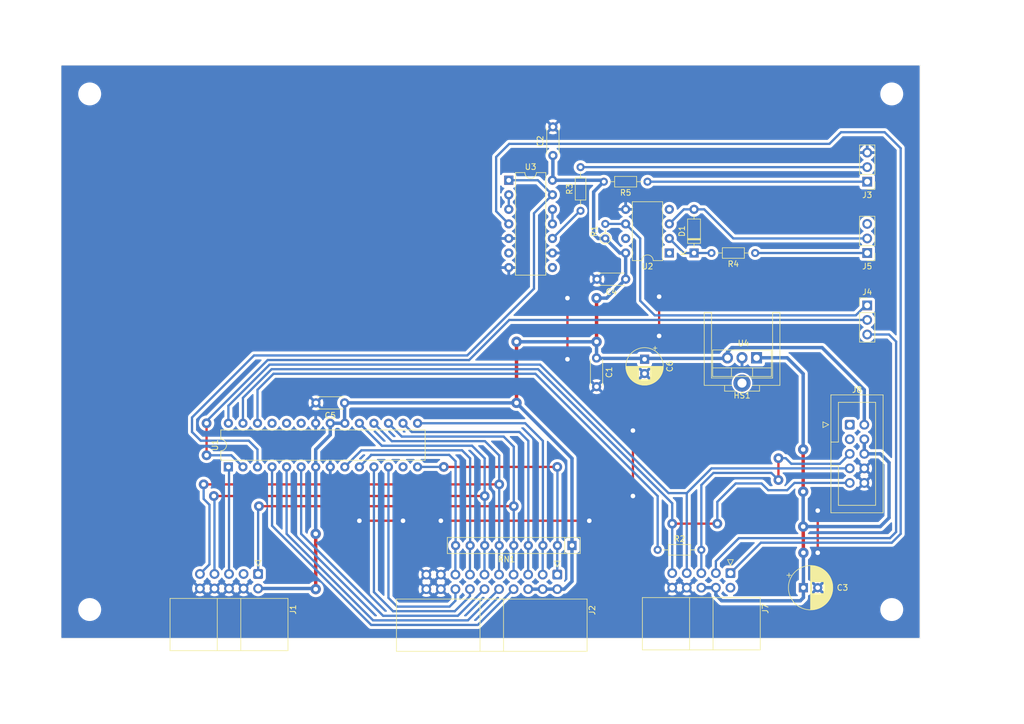
<source format=kicad_pcb>
(kicad_pcb (version 20240108) (generator "pcbnew") (generator_version "8.0")
  (layers (0 "F.Cu" signal) (31 "B.Cu" signal) (34 "B.Paste" user) (35 "F.Paste" user) (36 "B.SilkS" user "B.Silkscreen") (37 "F.SilkS" user "F.Silkscreen") (38 "B.Mask" user) (39 "F.Mask" user) (44 "Edge.Cuts" user))
  (net 0 "")
  (net 1 "+5V")
  (net 2 "GND")
  (net 3 "Net-(D1-K)")
  (net 4 "Net-(D1-A)")
  (net 5 "MOSI")
  (net 7 "Reset")
  (net 8 "SCK")
  (net 9 "MISO")
  (net 10 "Net-(J2-Pin_1)")
  (net 11 "Net-(J2-Pin_3)")
  (net 12 "Net-(J2-Pin_5)")
  (net 13 "S0")
  (net 14 "S1")
  (net 15 "S2")
  (net 16 "Net-(J2-Pin_13)")
  (net 17 "En1")
  (net 18 "Net-(J2-Pin_15)")
  (net 19 "En2")
  (net 20 "Net-(J3-Pin_1)")
  (net 21 "Net-(J3-Pin_2)")
  (net 22 "MIDI In")
  (net 23 "RXD")
  (net 24 "Ctrl In")
  (net 25 "Net-(J5-Pin_1)")
  (net 27 "TXD")
  (net 28 "+12V")
  (net 29 "Net-(J7-Pin_5)")
  (net 30 "SCL")
  (net 31 "SDA")
  (net 34 "Interrupt")
  (net 41 "TXT_OUT")
  (net 42 "Net-(R3-Pad1)")
  (net 45 "Net-(U3-Pad11)")
  (net 46 "Net-(U3-Pad2)")
  (footprint "Capacitor_THT:C_Disc_D4.3mm_W1.9mm_P5.00mm" (layer "F.Cu") (at 170.434 82.55 180)
    (property "Reference" "C4" (at 2.5 -2.2 180) (layer "F.SilkS"))
    (property "Value" "100nF")
    (pad "1" thru_hole circle (at 0 0 180) (size 1.6 1.6) (drill 0.8) (layers "*.Cu" "*.Mask") (net 1 "+5V"))
    (pad "2" thru_hole circle (at 5 0 180) (size 1.6 1.6) (drill 0.8) (layers "*.Cu" "*.Mask") (net 2 "GND"))
  )
  (footprint "Custom_Heatsinks:Heatsink_Aavid_TO-220_H12.7mm" (layer "F.Cu") (at 190.754 99.80685 180)
    (property "Reference" "HS1" (at 0 -3.048 180) (layer "F.SilkS"))
    (property "Value" "Heatsink_Pad")
    (pad "1" thru_hole circle (at 0.0127 -0.8763 180) (size 3 3) (drill 1.6) (layers "*.Cu" "*.Mask") (clearance 0.3))
  )
  (footprint "MountingHole:MountingHole_3.2mm_M3" (layer "F.Cu") (at 216.882 140.212)
    (property "Reference" "H2" (hide yes))
    (property "Value" "MountingHole")
    (pad "" np_thru_hole circle (at 0 0) (size 3.2 3.2) (drill 3.2) (layers "*.Cu" "*.Mask"))
  )
  (footprint "Resistor_THT:R_Axial_DIN0204_L3.6mm_D1.6mm_P7.62mm_Horizontal" (layer "F.Cu") (at 174.244 65.532 180)
    (property "Reference" "R5" (at 3.81 -1.92 180) (layer "F.SilkS"))
    (property "Value" "220")
    (pad "1" thru_hole circle (at 0 0 180) (size 1.4 1.4) (drill 0.7) (layers "*.Cu" "*.Mask") (net 20 "Net-(J3-Pin_1)"))
    (pad "2" thru_hole oval (at 7.62 0 180) (size 1.4 1.4) (drill 0.7) (layers "*.Cu" "*.Mask") (net 1 "+5V"))
  )
  (footprint "Resistor_THT:R_Array_SIP9" (layer "F.Cu") (at 161.066 129.032 180)
    (property "Reference" "RN1" (at 11.43 -2.4 180) (layer "F.SilkS"))
    (property "Value" "10k")
    (pad "1" thru_hole rect (at 0 0 180) (size 1.6 1.6) (drill 0.8) (layers "*.Cu" "*.Mask") (net 1 "+5V"))
    (pad "2" thru_hole oval (at 2.54 0 180) (size 1.6 1.6) (drill 0.8) (layers "*.Cu" "*.Mask") (net 10 "Net-(J2-Pin_1)"))
    (pad "3" thru_hole oval (at 5.08 0 180) (size 1.6 1.6) (drill 0.8) (layers "*.Cu" "*.Mask") (net 11 "Net-(J2-Pin_3)"))
    (pad "4" thru_hole oval (at 7.62 0 180) (size 1.6 1.6) (drill 0.8) (layers "*.Cu" "*.Mask") (net 12 "Net-(J2-Pin_5)"))
    (pad "5" thru_hole oval (at 10.16 0 180) (size 1.6 1.6) (drill 0.8) (layers "*.Cu" "*.Mask") (net 5 "MOSI"))
    (pad "6" thru_hole oval (at 12.7 0 180) (size 1.6 1.6) (drill 0.8) (layers "*.Cu" "*.Mask") (net 9 "MISO"))
    (pad "7" thru_hole oval (at 15.24 0 180) (size 1.6 1.6) (drill 0.8) (layers "*.Cu" "*.Mask") (net 8 "SCK"))
    (pad "8" thru_hole oval (at 17.78 0 180) (size 1.6 1.6) (drill 0.8) (layers "*.Cu" "*.Mask") (net 16 "Net-(J2-Pin_13)"))
    (pad "9" thru_hole oval (at 20.32 0 180) (size 1.6 1.6) (drill 0.8) (layers "*.Cu" "*.Mask") (net 18 "Net-(J2-Pin_15)"))
  )
  (footprint "Capacitor_THT:CP_Radial_D7.5mm_P2.50mm" (layer "F.Cu") (at 201.462 136.398)
    (property "Reference" "C3" (at 6.818 0 0) (layer "F.SilkS"))
    (property "Value" "33uF")
    (pad "1" thru_hole rect (at 0 0) (size 1.6 1.6) (drill 0.8) (layers "*.Cu" "*.Mask") (net 28 "+12V"))
    (pad "2" thru_hole circle (at 2.5 0) (size 1.6 1.6) (drill 0.8) (layers "*.Cu" "*.Mask") (net 2 "GND"))
  )
  (footprint "Connector_IDC:IDC-Header_2x10_P2.54mm_Horizontal" (layer "F.Cu") (at 158.496 134.112 -90)
    (property "Reference" "J2" (at 6.215 -6.1 90) (layer "F.SilkS"))
    (property "Value" "Encoder")
    (pad "1" thru_hole roundrect (at 0 0 270) (size 1.7 1.7) (drill 1) (layers "*.Cu" "*.Mask") (roundrect_rratio 0.147059) (net 10 "Net-(J2-Pin_1)"))
    (pad "2" thru_hole circle (at 2.54 0 270) (size 1.7 1.7) (drill 1) (layers "*.Cu" "*.Mask") (net 1 "+5V"))
    (pad "3" thru_hole circle (at 0 2.54 270) (size 1.7 1.7) (drill 1) (layers "*.Cu" "*.Mask") (net 11 "Net-(J2-Pin_3)"))
    (pad "4" thru_hole circle (at 2.54 2.54 270) (size 1.7 1.7) (drill 1) (layers "*.Cu" "*.Mask") (net 1 "+5V"))
    (pad "5" thru_hole circle (at 0 5.08 270) (size 1.7 1.7) (drill 1) (layers "*.Cu" "*.Mask") (net 12 "Net-(J2-Pin_5)"))
    (pad "6" thru_hole circle (at 2.54 5.08 270) (size 1.7 1.7) (drill 1) (layers "*.Cu" "*.Mask") (net 1 "+5V"))
    (pad "7" thru_hole circle (at 0 7.62 270) (size 1.7 1.7) (drill 1) (layers "*.Cu" "*.Mask") (net 5 "MOSI"))
    (pad "8" thru_hole circle (at 2.54 7.62 270) (size 1.7 1.7) (drill 1) (layers "*.Cu" "*.Mask") (net 13 "S0"))
    (pad "9" thru_hole circle (at 0 10.16 270) (size 1.7 1.7) (drill 1) (layers "*.Cu" "*.Mask") (net 9 "MISO"))
    (pad "10" thru_hole circle (at 2.54 10.16 270) (size 1.7 1.7) (drill 1) (layers "*.Cu" "*.Mask") (net 14 "S1"))
    (pad "11" thru_hole circle (at 0 12.7 270) (size 1.7 1.7) (drill 1) (layers "*.Cu" "*.Mask") (net 8 "SCK"))
    (pad "12" thru_hole circle (at 2.54 12.7 270) (size 1.7 1.7) (drill 1) (layers "*.Cu" "*.Mask") (net 15 "S2"))
    (pad "13" thru_hole circle (at 0 15.24 270) (size 1.7 1.7) (drill 1) (layers "*.Cu" "*.Mask") (net 16 "Net-(J2-Pin_13)"))
    (pad "14" thru_hole circle (at 2.54 15.24 270) (size 1.7 1.7) (drill 1) (layers "*.Cu" "*.Mask") (net 17 "En1"))
    (pad "15" thru_hole circle (at 0 17.78 270) (size 1.7 1.7) (drill 1) (layers "*.Cu" "*.Mask") (net 18 "Net-(J2-Pin_15)"))
    (pad "16" thru_hole circle (at 2.54 17.78 270) (size 1.7 1.7) (drill 1) (layers "*.Cu" "*.Mask") (net 19 "En2"))
    (pad "17" thru_hole circle (at 0 20.32 270) (size 1.7 1.7) (drill 1) (layers "*.Cu" "*.Mask") (net 2 "GND"))
    (pad "18" thru_hole circle (at 2.54 20.32 270) (size 1.7 1.7) (drill 1) (layers "*.Cu" "*.Mask") (net 2 "GND"))
    (pad "19" thru_hole circle (at 0 22.86 270) (size 1.7 1.7) (drill 1) (layers "*.Cu" "*.Mask") (net 2 "GND"))
    (pad "20" thru_hole circle (at 2.54 22.86 270) (size 1.7 1.7) (drill 1) (layers "*.Cu" "*.Mask") (net 2 "GND"))
  )
  (footprint "Connector_PinHeader_2.54mm:PinHeader_1x03_P2.54mm_Vertical" (layer "F.Cu") (at 212.598 77.978 180)
    (property "Reference" "J5" (at 0 -2.33 180) (layer "F.SilkS"))
    (property "Value" "MIDI In")
    (pad "1" thru_hole rect (at 0 0 180) (size 1.7 1.7) (drill 1) (layers "*.Cu" "*.Mask") (net 25 "Net-(J5-Pin_1)"))
    (pad "2" thru_hole oval (at 0 2.54 180) (size 1.7 1.7) (drill 1) (layers "*.Cu" "*.Mask") (net 4 "Net-(D1-A)"))
    (pad "3" thru_hole oval (at 0 5.08 180) (size 1.7 1.7) (drill 1) (layers "*.Cu" "*.Mask"))
  )
  (footprint "Capacitor_THT:C_Disc_D4.3mm_W1.9mm_P5.00mm" (layer "F.Cu") (at 165.354 96.306 -90)
    (property "Reference" "C1" (at 2.5 -2.2 90) (layer "F.SilkS"))
    (property "Value" "100nF")
    (pad "1" thru_hole circle (at 0 0 270) (size 1.6 1.6) (drill 0.8) (layers "*.Cu" "*.Mask") (net 1 "+5V"))
    (pad "2" thru_hole circle (at 5 0 270) (size 1.6 1.6) (drill 0.8) (layers "*.Cu" "*.Mask") (net 2 "GND"))
  )
  (footprint "Resistor_THT:R_Axial_DIN0204_L3.6mm_D1.6mm_P7.62mm_Horizontal" (layer "F.Cu") (at 162.56 70.612 90)
    (property "Reference" "R3" (at 3.81 -1.92 -90) (layer "F.SilkS"))
    (property "Value" "220")
    (pad "1" thru_hole circle (at 0 0 90) (size 1.4 1.4) (drill 0.7) (layers "*.Cu" "*.Mask") (net 42 "Net-(R3-Pad1)"))
    (pad "2" thru_hole oval (at 7.62 0 90) (size 1.4 1.4) (drill 0.7) (layers "*.Cu" "*.Mask") (net 21 "Net-(J3-Pin_2)"))
  )
  (footprint "Resistor_THT:R_Axial_DIN0204_L3.6mm_D1.6mm_P7.62mm_Horizontal" (layer "F.Cu") (at 176.022 129.794)
    (property "Reference" "R2" (at 3.81 -1.92 0) (layer "F.SilkS"))
    (property "Value" "220")
    (pad "1" thru_hole circle (at 0 0) (size 1.4 1.4) (drill 0.7) (layers "*.Cu" "*.Mask") (net 34 "Interrupt"))
    (pad "2" thru_hole oval (at 7.62 0) (size 1.4 1.4) (drill 0.7) (layers "*.Cu" "*.Mask") (net 29 "Net-(J7-Pin_5)"))
  )
  (footprint "Package_DIP:DIP-28_W7.62mm" (layer "F.Cu") (at 101.092 115.316 90)
    (property "Reference" "U1" (at 3.81 -2.33 -90) (layer "F.SilkS"))
    (property "Value" "ATmega48-20P")
    (pad "1" thru_hole rect (at 0 0 90) (size 1.6 1.6) (drill 0.8) (layers "*.Cu" "*.Mask") (net 7 "Reset"))
    (pad "2" thru_hole oval (at 0 2.54 90) (size 1.6 1.6) (drill 0.8) (layers "*.Cu" "*.Mask") (net 23 "RXD"))
    (pad "3" thru_hole oval (at 0 5.08 90) (size 1.6 1.6) (drill 0.8) (layers "*.Cu" "*.Mask") (net 27 "TXD"))
    (pad "4" thru_hole oval (at 0 7.62 90) (size 1.6 1.6) (drill 0.8) (layers "*.Cu" "*.Mask") (net 13 "S0"))
    (pad "5" thru_hole oval (at 0 10.16 90) (size 1.6 1.6) (drill 0.8) (layers "*.Cu" "*.Mask") (net 14 "S1"))
    (pad "6" thru_hole oval (at 0 12.7 90) (size 1.6 1.6) (drill 0.8) (layers "*.Cu" "*.Mask") (net 15 "S2"))
    (pad "7" thru_hole oval (at 0 15.24 90) (size 1.6 1.6) (drill 0.8) (layers "*.Cu" "*.Mask") (net 1 "+5V"))
    (pad "8" thru_hole oval (at 0 17.78 90) (size 1.6 1.6) (drill 0.8) (layers "*.Cu" "*.Mask") (net 2 "GND"))
    (pad "9" thru_hole oval (at 0 20.32 90) (size 1.6 1.6) (drill 0.8) (layers "*.Cu" "*.Mask") (net 16 "Net-(J2-Pin_13)"))
    (pad "10" thru_hole oval (at 0 22.86 90) (size 1.6 1.6) (drill 0.8) (layers "*.Cu" "*.Mask") (net 18 "Net-(J2-Pin_15)"))
    (pad "11" thru_hole oval (at 0 25.4 90) (size 1.6 1.6) (drill 0.8) (layers "*.Cu" "*.Mask") (net 17 "En1"))
    (pad "12" thru_hole oval (at 0 27.94 90) (size 1.6 1.6) (drill 0.8) (layers "*.Cu" "*.Mask") (net 19 "En2"))
    (pad "13" thru_hole oval (at 0 30.48 90) (size 1.6 1.6) (drill 0.8) (layers "*.Cu" "*.Mask"))
    (pad "14" thru_hole oval (at 0 33.02 90) (size 1.6 1.6) (drill 0.8) (layers "*.Cu" "*.Mask") (net 10 "Net-(J2-Pin_1)"))
    (pad "15" thru_hole oval (at 7.62 33.02 90) (size 1.6 1.6) (drill 0.8) (layers "*.Cu" "*.Mask") (net 11 "Net-(J2-Pin_3)"))
    (pad "16" thru_hole oval (at 7.62 30.48 90) (size 1.6 1.6) (drill 0.8) (layers "*.Cu" "*.Mask") (net 12 "Net-(J2-Pin_5)"))
    (pad "17" thru_hole oval (at 7.62 27.94 90) (size 1.6 1.6) (drill 0.8) (layers "*.Cu" "*.Mask") (net 5 "MOSI"))
    (pad "18" thru_hole oval (at 7.62 25.4 90) (size 1.6 1.6) (drill 0.8) (layers "*.Cu" "*.Mask") (net 9 "MISO"))
    (pad "19" thru_hole oval (at 7.62 22.86 90) (size 1.6 1.6) (drill 0.8) (layers "*.Cu" "*.Mask") (net 8 "SCK"))
    (pad "20" thru_hole oval (at 7.62 20.32 90) (size 1.6 1.6) (drill 0.8) (layers "*.Cu" "*.Mask") (net 1 "+5V"))
    (pad "21" thru_hole oval (at 7.62 17.78 90) (size 1.6 1.6) (drill 0.8) (layers "*.Cu" "*.Mask") (net 1 "+5V"))
    (pad "22" thru_hole oval (at 7.62 15.24 90) (size 1.6 1.6) (drill 0.8) (layers "*.Cu" "*.Mask") (net 2 "GND"))
    (pad "23" thru_hole oval (at 7.62 12.7 90) (size 1.6 1.6) (drill 0.8) (layers "*.Cu" "*.Mask"))
    (pad "24" thru_hole oval (at 7.62 10.16 90) (size 1.6 1.6) (drill 0.8) (layers "*.Cu" "*.Mask"))
    (pad "25" thru_hole oval (at 7.62 7.62 90) (size 1.6 1.6) (drill 0.8) (layers "*.Cu" "*.Mask"))
    (pad "26" thru_hole oval (at 7.62 5.08 90) (size 1.6 1.6) (drill 0.8) (layers "*.Cu" "*.Mask") (net 34 "Interrupt"))
    (pad "27" thru_hole oval (at 7.62 2.54 90) (size 1.6 1.6) (drill 0.8) (layers "*.Cu" "*.Mask") (net 31 "SDA"))
    (pad "28" thru_hole oval (at 7.62 0 90) (size 1.6 1.6) (drill 0.8) (layers "*.Cu" "*.Mask") (net 30 "SCL"))
  )
  (footprint "Resistor_THT:R_Axial_DIN0204_L3.6mm_D1.6mm_P7.62mm_Horizontal" (layer "F.Cu") (at 193.04 77.978 180)
    (property "Reference" "R4" (at 3.81 -1.92 180) (layer "F.SilkS"))
    (property "Value" "220")
    (pad "1" thru_hole circle (at 0 0 180) (size 1.4 1.4) (drill 0.7) (layers "*.Cu" "*.Mask") (net 25 "Net-(J5-Pin_1)"))
    (pad "2" thru_hole oval (at 7.62 0 180) (size 1.4 1.4) (drill 0.7) (layers "*.Cu" "*.Mask") (net 3 "Net-(D1-K)"))
  )
  (footprint "Connector_IDC:IDC-Header_2x05_P2.54mm_Horizontal" (layer "F.Cu") (at 106.2815 134.0025 -90)
    (property "Reference" "J1" (at 6.215 -6.1 90) (layer "F.SilkS"))
    (property "Value" "ISP")
    (pad "1" thru_hole roundrect (at 0 0 270) (size 1.7 1.7) (drill 1) (layers "*.Cu" "*.Mask") (roundrect_rratio 0.147059) (net 5 "MOSI"))
    (pad "2" thru_hole circle (at 2.54 0 270) (size 1.7 1.7) (drill 1) (layers "*.Cu" "*.Mask") (net 1 "+5V"))
    (pad "3" thru_hole circle (at 0 2.54 270) (size 1.7 1.7) (drill 1) (layers "*.Cu" "*.Mask"))
    (pad "4" thru_hole circle (at 2.54 2.54 270) (size 1.7 1.7) (drill 1) (layers "*.Cu" "*.Mask") (net 2 "GND"))
    (pad "5" thru_hole circle (at 0 5.08 270) (size 1.7 1.7) (drill 1) (layers "*.Cu" "*.Mask") (net 7 "Reset"))
    (pad "6" thru_hole circle (at 2.54 5.08 270) (size 1.7 1.7) (drill 1) (layers "*.Cu" "*.Mask") (net 2 "GND"))
    (pad "7" thru_hole circle (at 0 7.62 270) (size 1.7 1.7) (drill 1) (layers "*.Cu" "*.Mask") (net 8 "SCK"))
    (pad "8" thru_hole circle (at 2.54 7.62 270) (size 1.7 1.7) (drill 1) (layers "*.Cu" "*.Mask") (net 2 "GND"))
    (pad "9" thru_hole circle (at 0 10.16 270) (size 1.7 1.7) (drill 1) (layers "*.Cu" "*.Mask") (net 9 "MISO"))
    (pad "10" thru_hole circle (at 2.54 10.16 270) (size 1.7 1.7) (drill 1) (layers "*.Cu" "*.Mask") (net 2 "GND"))
  )
  (footprint "Package_DIP:DIP-14_W7.62mm" (layer "F.Cu") (at 150.034 65.278)
    (property "Reference" "U3" (at 3.81 -2.33 0) (layer "F.SilkS"))
    (property "Value" "74LS14")
    (pad "1" thru_hole rect (at 0 0) (size 1.6 1.6) (drill 0.8) (layers "*.Cu" "*.Mask") (net 27 "TXD"))
    (pad "2" thru_hole oval (at 0 2.54) (size 1.6 1.6) (drill 0.8) (layers "*.Cu" "*.Mask") (net 46 "Net-(U3-Pad2)"))
    (pad "3" thru_hole oval (at 0 5.08) (size 1.6 1.6) (drill 0.8) (layers "*.Cu" "*.Mask") (net 46 "Net-(U3-Pad2)"))
    (pad "4" thru_hole oval (at 0 7.62) (size 1.6 1.6) (drill 0.8) (layers "*.Cu" "*.Mask") (net 41 "TXT_OUT"))
    (pad "5" thru_hole oval (at 0 10.16) (size 1.6 1.6) (drill 0.8) (layers "*.Cu" "*.Mask") (net 2 "GND"))
    (pad "6" thru_hole oval (at 0 12.7) (size 1.6 1.6) (drill 0.8) (layers "*.Cu" "*.Mask"))
    (pad "7" thru_hole oval (at 0 15.24) (size 1.6 1.6) (drill 0.8) (layers "*.Cu" "*.Mask") (net 2 "GND"))
    (pad "8" thru_hole oval (at 7.62 15.24) (size 1.6 1.6) (drill 0.8) (layers "*.Cu" "*.Mask"))
    (pad "9" thru_hole oval (at 7.62 12.7) (size 1.6 1.6) (drill 0.8) (layers "*.Cu" "*.Mask") (net 2 "GND"))
    (pad "10" thru_hole oval (at 7.62 10.16) (size 1.6 1.6) (drill 0.8) (layers "*.Cu" "*.Mask") (net 42 "Net-(R3-Pad1)"))
    (pad "11" thru_hole oval (at 7.62 7.62) (size 1.6 1.6) (drill 0.8) (layers "*.Cu" "*.Mask") (net 45 "Net-(U3-Pad11)"))
    (pad "12" thru_hole oval (at 7.62 5.08) (size 1.6 1.6) (drill 0.8) (layers "*.Cu" "*.Mask") (net 45 "Net-(U3-Pad11)"))
    (pad "13" thru_hole oval (at 7.62 2.54) (size 1.6 1.6) (drill 0.8) (layers "*.Cu" "*.Mask") (net 27 "TXD"))
    (pad "14" thru_hole oval (at 7.62 0) (size 1.6 1.6) (drill 0.8) (layers "*.Cu" "*.Mask") (net 1 "+5V"))
  )
  (footprint "MountingHole:MountingHole_3.2mm_M3" (layer "F.Cu") (at 76.882 50.212)
    (property "Reference" "H4" (hide yes))
    (property "Value" "MountingHole")
    (pad "" np_thru_hole circle (at 0 0) (size 3.2 3.2) (drill 3.2) (layers "*.Cu" "*.Mask"))
  )
  (footprint "Capacitor_THT:C_Disc_D4.3mm_W1.9mm_P5.00mm" (layer "F.Cu") (at 121.372 104.14 180)
    (property "Reference" "C5" (at 2.5 -2.2 180) (layer "F.SilkS"))
    (property "Value" "100nF")
    (pad "1" thru_hole circle (at 0 0 180) (size 1.6 1.6) (drill 0.8) (layers "*.Cu" "*.Mask") (net 1 "+5V"))
    (pad "2" thru_hole circle (at 5 0 180) (size 1.6 1.6) (drill 0.8) (layers "*.Cu" "*.Mask") (net 2 "GND"))
  )
  (footprint "Capacitor_THT:C_Disc_D4.3mm_W1.9mm_P5.00mm" (layer "F.Cu") (at 157.734 60.96 90)
    (property "Reference" "C2" (at 2.5 -2.2 -90) (layer "F.SilkS"))
    (property "Value" "100nF")
    (pad "1" thru_hole circle (at 0 0 90) (size 1.6 1.6) (drill 0.8) (layers "*.Cu" "*.Mask") (net 1 "+5V"))
    (pad "2" thru_hole circle (at 5 0 90) (size 1.6 1.6) (drill 0.8) (layers "*.Cu" "*.Mask") (net 2 "GND"))
  )
  (footprint "Connector_PinHeader_2.54mm:PinHeader_1x03_P2.54mm_Vertical" (layer "F.Cu") (at 212.598 87.122)
    (property "Reference" "J4" (at 0 -2.33 0) (layer "F.SilkS"))
    (property "Value" "SelectRX")
    (pad "1" thru_hole rect (at 0 0) (size 1.7 1.7) (drill 1) (layers "*.Cu" "*.Mask") (net 22 "MIDI In"))
    (pad "2" thru_hole oval (at 0 2.54) (size 1.7 1.7) (drill 1) (layers "*.Cu" "*.Mask") (net 23 "RXD"))
    (pad "3" thru_hole oval (at 0 5.08) (size 1.7 1.7) (drill 1) (layers "*.Cu" "*.Mask") (net 24 "Ctrl In"))
  )
  (footprint "Connector_PinHeader_2.54mm:PinHeader_1x03_P2.54mm_Vertical" (layer "F.Cu") (at 212.598 65.532 180)
    (property "Reference" "J3" (at 0 -2.33 180) (layer "F.SilkS"))
    (property "Value" "MIDI Out")
    (pad "1" thru_hole rect (at 0 0 180) (size 1.7 1.7) (drill 1) (layers "*.Cu" "*.Mask") (net 20 "Net-(J3-Pin_1)"))
    (pad "2" thru_hole oval (at 0 2.54 180) (size 1.7 1.7) (drill 1) (layers "*.Cu" "*.Mask") (net 21 "Net-(J3-Pin_2)"))
    (pad "3" thru_hole oval (at 0 5.08 180) (size 1.7 1.7) (drill 1) (layers "*.Cu" "*.Mask") (net 2 "GND"))
  )
  (footprint "Diode_THT:D_DO-35_SOD27_P7.62mm_Horizontal" (layer "F.Cu") (at 182.372 77.978 90)
    (property "Reference" "D1" (at 3.81 -2.12 -90) (layer "F.SilkS"))
    (property "Value" "1N4148")
    (fp_text user "K" (at 0 -1.8 -90) (layer "F.SilkS"))
    (pad "1" thru_hole rect (at 0 0 90) (size 1.6 1.6) (drill 0.8) (layers "*.Cu" "*.Mask") (net 3 "Net-(D1-K)"))
    (pad "2" thru_hole oval (at 7.62 0 90) (size 1.6 1.6) (drill 0.8) (layers "*.Cu" "*.Mask") (net 4 "Net-(D1-A)"))
  )
  (footprint "Package_TO_SOT_THT:TO-220-3_Vertical" (layer "F.Cu") (at 193.2865 96.266 180)
    (property "Reference" "U4" (at 2.2785 2.54 180) (layer "F.SilkS"))
    (property "Value" "L7805")
    (pad "1" thru_hole rect (at 0 0 180) (size 1.905 2) (drill 1.1) (layers "*.Cu" "*.Mask") (net 28 "+12V"))
    (pad "2" thru_hole oval (at 2.54 0 180) (size 1.905 2) (drill 1.1) (layers "*.Cu" "*.Mask") (net 2 "GND"))
    (pad "3" thru_hole oval (at 5.08 0 180) (size 1.905 2) (drill 1.1) (layers "*.Cu" "*.Mask") (net 1 "+5V"))
  )
  (footprint "Resistor_THT:R_Axial_DIN0204_L3.6mm_D1.6mm_P2.54mm_Vertical" (layer "F.Cu") (at 166.878 75.438 90)
    (property "Reference" "R1" (at 1.27 -1.92 -90) (layer "F.SilkS"))
    (property "Value" "1k")
    (pad "1" thru_hole circle (at 0 0 90) (size 1.4 1.4) (drill 0.7) (layers "*.Cu" "*.Mask") (net 1 "+5V"))
    (pad "2" thru_hole oval (at 2.54 0 90) (size 1.4 1.4) (drill 0.7) (layers "*.Cu" "*.Mask") (net 22 "MIDI In"))
  )
  (footprint "Connector_IDC:IDC-Header_2x05_P2.54mm_Vertical" (layer "F.Cu") (at 209.55 107.95)
    (property "Reference" "J8" (at 1.27 -6.1 0) (layer "F.SilkS"))
    (property "Value" "PistonEncoder")
    (pad "1" thru_hole roundrect (at 0 0) (size 1.7 1.7) (drill 1) (layers "*.Cu" "*.Mask") (roundrect_rratio 0.147059))
    (pad "2" thru_hole circle (at 2.54 0) (size 1.7 1.7) (drill 1) (layers "*.Cu" "*.Mask") (net 1 "+5V"))
    (pad "3" thru_hole circle (at 0 2.54) (size 1.7 1.7) (drill 1) (layers "*.Cu" "*.Mask"))
    (pad "4" thru_hole circle (at 2.54 2.54) (size 1.7 1.7) (drill 1) (layers "*.Cu" "*.Mask") (net 28 "+12V"))
    (pad "5" thru_hole circle (at 0 5.08) (size 1.7 1.7) (drill 1) (layers "*.Cu" "*.Mask") (net 29 "Net-(J7-Pin_5)"))
    (pad "6" thru_hole circle (at 2.54 5.08) (size 1.7 1.7) (drill 1) (layers "*.Cu" "*.Mask") (net 28 "+12V"))
    (pad "7" thru_hole circle (at 0 7.62) (size 1.7 1.7) (drill 1) (layers "*.Cu" "*.Mask") (net 30 "SCL"))
    (pad "8" thru_hole circle (at 2.54 7.62) (size 1.7 1.7) (drill 1) (layers "*.Cu" "*.Mask") (net 2 "GND"))
    (pad "9" thru_hole circle (at 0 10.16) (size 1.7 1.7) (drill 1) (layers "*.Cu" "*.Mask") (net 31 "SDA"))
    (pad "10" thru_hole circle (at 2.54 10.16) (size 1.7 1.7) (drill 1) (layers "*.Cu" "*.Mask") (net 2 "GND"))
  )
  (footprint "MountingHole:MountingHole_3.2mm_M3" (layer "F.Cu") (at 216.882 50.212)
    (property "Reference" "H1" (hide yes))
    (property "Value" "MountingHole")
    (pad "" np_thru_hole circle (at 0 0) (size 3.2 3.2) (drill 3.2) (layers "*.Cu" "*.Mask"))
  )
  (footprint "Package_DIP:DIP-8_W7.62mm" (layer "F.Cu") (at 178.054 77.978 180)
    (property "Reference" "U2" (at 3.81 -2.33 180) (layer "F.SilkS"))
    (property "Value" "6N137")
    (pad "1" thru_hole rect (at 0 0 180) (size 1.6 1.6) (drill 0.8) (layers "*.Cu" "*.Mask"))
    (pad "2" thru_hole oval (at 0 2.54 180) (size 1.6 1.6) (drill 0.8) (layers "*.Cu" "*.Mask") (net 3 "Net-(D1-K)"))
    (pad "3" thru_hole oval (at 0 5.08 180) (size 1.6 1.6) (drill 0.8) (layers "*.Cu" "*.Mask") (net 4 "Net-(D1-A)"))
    (pad "4" thru_hole oval (at 0 7.62 180) (size 1.6 1.6) (drill 0.8) (layers "*.Cu" "*.Mask"))
    (pad "5" thru_hole oval (at 7.62 7.62 180) (size 1.6 1.6) (drill 0.8) (layers "*.Cu" "*.Mask") (net 2 "GND"))
    (pad "6" thru_hole oval (at 7.62 5.08 180) (size 1.6 1.6) (drill 0.8) (layers "*.Cu" "*.Mask") (net 22 "MIDI In"))
    (pad "7" thru_hole oval (at 7.62 2.54 180) (size 1.6 1.6) (drill 0.8) (layers "*.Cu" "*.Mask"))
    (pad "8" thru_hole oval (at 7.62 0 180) (size 1.6 1.6) (drill 0.8) (layers "*.Cu" "*.Mask") (net 1 "+5V"))
  )
  (footprint "Capacitor_THT:CP_Radial_D6.3mm_P2.50mm" (layer "F.Cu") (at 173.736 96.52 -90)
    (property "Reference" "C6" (at 1.25 -4.4 90) (layer "F.SilkS"))
    (property "Value" "10uF")
    (pad "1" thru_hole rect (at 0 0 270) (size 1.6 1.6) (drill 0.8) (layers "*.Cu" "*.Mask") (net 1 "+5V"))
    (pad "2" thru_hole circle (at 2.5 0 270) (size 1.6 1.6) (drill 0.8) (layers "*.Cu" "*.Mask") (net 2 "GND"))
  )
  (footprint "MountingHole:MountingHole_3.2mm_M3" (layer "F.Cu") (at 76.882 140.212)
    (property "Reference" "H3" (hide yes))
    (property "Value" "MountingHole")
    (pad "" np_thru_hole circle (at 0 0) (size 3.2 3.2) (drill 3.2) (layers "*.Cu" "*.Mask"))
  )
  (footprint "Connector_IDC:IDC-Header_2x05_P2.54mm_Horizontal" (layer "F.Cu") (at 188.722 133.858 -90)
    (property "Reference" "J7" (at 6.215 -6.1 90) (layer "F.SilkS"))
    (property "Value" "BoardCon")
    (pad "1" thru_hole roundrect (at 0 0 270) (size 1.7 1.7) (drill 1) (layers "*.Cu" "*.Mask") (roundrect_rratio 0.147059) (net 41 "TXT_OUT"))
    (pad "2" thru_hole circle (at 2.54 0 270) (size 1.7 1.7) (drill 1) (layers "*.Cu" "*.Mask"))
    (pad "3" thru_hole circle (at 0 2.54 270) (size 1.7 1.7) (drill 1) (layers "*.Cu" "*.Mask") (net 24 "Ctrl In"))
    (pad "4" thru_hole circle (at 2.54 2.54 270) (size 1.7 1.7) (drill 1) (layers "*.Cu" "*.Mask") (net 28 "+12V"))
    (pad "5" thru_hole circle (at 0 5.08 270) (size 1.7 1.7) (drill 1) (layers "*.Cu" "*.Mask") (net 29 "Net-(J7-Pin_5)"))
    (pad "6" thru_hole circle (at 2.54 5.08 270) (size 1.7 1.7) (drill 1) (layers "*.Cu" "*.Mask") (net 28 "+12V"))
    (pad "7" thru_hole circle (at 0 7.62 270) (size 1.7 1.7) (drill 1) (layers "*.Cu" "*.Mask") (net 30 "SCL"))
    (pad "8" thru_hole circle (at 2.54 7.62 270) (size 1.7 1.7) (drill 1) (layers "*.Cu" "*.Mask") (net 2 "GND"))
    (pad "9" thru_hole circle (at 0 10.16 270) (size 1.7 1.7) (drill 1) (layers "*.Cu" "*.Mask") (net 31 "SDA"))
    (pad "10" thru_hole circle (at 2.54 10.16 270) (size 1.7 1.7) (drill 1) (layers "*.Cu" "*.Mask") (net 2 "GND"))
  )
  (gr_rect (start 71.882 45.212) (end 221.882 145.212) (stroke (width 0.05)) (fill none) (layer "Edge.Cuts"))
  (segment (start 116.332 127) (end 116.332 136.652) (width 0.6) (layer "F.Cu") (net 1))
  (segment (start 165.354 93.472) (end 165.354 85.852) (width 0.6) (layer "F.Cu") (net 1))
  (segment (start 151.384 93.472) (end 151.384 104.14) (width 0.6) (layer "F.Cu") (net 1))
  (via (at 116.332 127) (size 1.8) (drill 0.8) (layers "F.Cu" "B.Cu") (net 1))
  (via (at 116.332 136.652) (size 1.8) (drill 0.8) (layers "F.Cu" "B.Cu") (net 1))
  (via (at 151.384 93.472) (size 1.8) (drill 0.8) (layers "F.Cu" "B.Cu") (net 1))
  (via (at 165.354 85.852) (size 1.8) (drill 0.8) (layers "F.Cu" "B.Cu") (net 1))
  (via (at 165.354 93.472) (size 1.8) (drill 0.8) (layers "F.Cu" "B.Cu") (net 1))
  (via (at 151.384 104.14) (size 1.8) (drill 0.8) (layers "F.Cu" "B.Cu") (net 1))
  (segment (start 212.09 101.854) (end 212.09 107.95) (width 0.6) (layer "B.Cu") (net 1))
  (segment (start 121.372 104.14) (end 121.372 107.656) (width 0.6) (layer "B.Cu") (net 1))
  (segment (start 165.354 85.852) (end 167.132 85.852) (width 0.6) (layer "B.Cu") (net 1))
  (segment (start 158.496 136.652) (end 155.956 136.652) (width 0.6) (layer "B.Cu") (net 1))
  (segment (start 172.9665 96.375) (end 165.3465 96.375) (width 0.6) (layer "B.Cu") (net 1))
  (segment (start 155.956 136.652) (end 153.416 136.652) (width 0.6) (layer "B.Cu") (net 1))
  (segment (start 118.872 107.696) (end 118.872 109.728) (width 0.6) (layer "B.Cu") (net 1))
  (segment (start 157.734 65.198) (end 157.654 65.278) (width 0.6) (layer "B.Cu") (net 1))
  (segment (start 164.846 67.31) (end 164.846 74.676) (width 0.6) (layer "B.Cu") (net 1))
  (segment (start 169.418 77.978) (end 166.878 75.438) (width 0.6) (layer "B.Cu") (net 1))
  (segment (start 189.23 94.488) (end 204.724 94.488) (width 0.6) (layer "B.Cu") (net 1))
  (segment (start 151.384 104.14) (end 121.372 104.14) (width 0.6) (layer "B.Cu") (net 1))
  (segment (start 161.066 129.032) (end 161.066 135.284081) (width 0.6) (layer "B.Cu") (net 1))
  (segment (start 164.846 74.676) (end 165.608 75.438) (width 0.6) (layer "B.Cu") (net 1))
  (segment (start 161.066 113.822) (end 151.384 104.14) (width 0.6) (layer "B.Cu") (net 1))
  (segment (start 116.332 136.652) (end 116.2225 136.5425) (width 0.6) (layer "B.Cu") (net 1))
  (segment (start 188.2065 96.375) (end 172.9665 96.375) (width 0.6) (layer "B.Cu") (net 1))
  (segment (start 204.724 94.488) (end 212.09 101.854) (width 0.6) (layer "B.Cu") (net 1))
  (segment (start 165.608 75.438) (end 166.878 75.438) (width 0.6) (layer "B.Cu") (net 1))
  (segment (start 159.698081 136.652) (end 158.496 136.652) (width 0.6) (layer "B.Cu") (net 1))
  (segment (start 170.434 82.55) (end 170.434 77.978) (width 0.6) (layer "B.Cu") (net 1))
  (segment (start 161.066 129.032) (end 161.066 113.822) (width 0.6) (layer "B.Cu") (net 1))
  (segment (start 166.624 65.532) (end 164.846 67.31) (width 0.6) (layer "B.Cu") (net 1))
  (segment (start 161.066 135.284081) (end 159.698081 136.652) (width 0.6) (layer "B.Cu") (net 1))
  (segment (start 188.976 94.488) (end 189.23 94.488) (width 0.6) (layer "B.Cu") (net 1))
  (segment (start 157.734 60.96) (end 157.734 65.198) (width 0.6) (layer "B.Cu") (net 1))
  (segment (start 166.37 65.278) (end 166.624 65.532) (width 0.6) (layer "B.Cu") (net 1))
  (segment (start 165.354 93.472) (end 160.02 93.472) (width 0.6) (layer "B.Cu") (net 1))
  (segment (start 157.654 65.278) (end 166.37 65.278) (width 0.6) (layer "B.Cu") (net 1))
  (segment (start 188.2065 95.2575) (end 188.976 94.488) (width 0.6) (layer "B.Cu") (net 1))
  (segment (start 165.354 93.472) (end 165.354 96.306) (width 0.6) (layer "B.Cu") (net 1))
  (segment (start 118.872 109.728) (end 116.332 112.268) (width 0.6) (layer "B.Cu") (net 1))
  (segment (start 116.332 112.268) (end 116.332 115.316) (width 0.6) (layer "B.Cu") (net 1))
  (segment (start 160.02 93.472) (end 151.384 93.472) (width 0.6) (layer "B.Cu") (net 1))
  (segment (start 170.434 77.978) (end 169.418 77.978) (width 0.6) (layer "B.Cu") (net 1))
  (segment (start 121.372 107.656) (end 121.412 107.696) (width 0.6) (layer "B.Cu") (net 1))
  (segment (start 188.2065 96.266) (end 188.2065 95.2575) (width 0.6) (layer "B.Cu") (net 1))
  (segment (start 116.2225 136.5425) (end 106.2815 136.5425) (width 0.6) (layer "B.Cu") (net 1))
  (segment (start 167.132 85.852) (end 170.434 82.55) (width 0.6) (layer "B.Cu") (net 1))
  (segment (start 116.332 115.316) (end 116.332 127) (width 0.6) (layer "B.Cu") (net 1))
  (segment (start 121.412 107.696) (end 118.872 107.696) (width 0.6) (layer "B.Cu") (net 1))
  (segment (start 176.276 92.456) (end 176.276 85.598) (width 0.4) (layer "F.Cu") (net 2))
  (segment (start 160.274 85.852) (end 160.274 96.52) (width 0.4) (layer "F.Cu") (net 2))
  (segment (start 203.962 130.302) (end 203.962 122.936) (width 0.4) (layer "F.Cu") (net 2))
  (segment (start 164.084 124.714) (end 138.176 124.714) (width 0.4) (layer "F.Cu") (net 2))
  (segment (start 131.572 124.714) (end 123.952 124.714) (width 0.4) (layer "F.Cu") (net 2))
  (segment (start 171.704 108.966) (end 171.704 120.396) (width 0.4) (layer "F.Cu") (net 2))
  (via (at 176.276 85.598) (size 1.7) (drill 0.8) (layers "F.Cu" "B.Cu") (net 2))
  (via (at 123.952 124.714) (size 1.7) (drill 0.8) (layers "F.Cu" "B.Cu") (net 2))
  (via (at 160.274 85.852) (size 1.7) (drill 0.8) (layers "F.Cu" "B.Cu") (net 2))
  (via (at 171.704 120.396) (size 1.7) (drill 0.8) (layers "F.Cu" "B.Cu") (net 2))
  (via (at 203.962 122.936) (size 1.7) (drill 0.8) (layers "F.Cu" "B.Cu") (net 2))
  (via (at 160.274 96.52) (size 1.7) (drill 0.8) (layers "F.Cu" "B.Cu") (net 2))
  (via (at 138.176 124.714) (size 1.7) (drill 0.8) (layers "F.Cu" "B.Cu") (net 2))
  (via (at 176.276 92.456) (size 1.7) (drill 0.8) (layers "F.Cu" "B.Cu") (net 2))
  (via (at 203.962 130.302) (size 1.7) (drill 0.8) (layers "F.Cu" "B.Cu") (net 2))
  (via (at 131.572 124.714) (size 1.7) (drill 0.8) (layers "F.Cu" "B.Cu") (net 2))
  (via (at 171.704 108.966) (size 1.7) (drill 0.8) (layers "F.Cu" "B.Cu") (net 2))
  (via (at 164.084 124.714) (size 1.7) (drill 0.8) (layers "F.Cu" "B.Cu") (net 2))
  (segment (start 185.42 77.978) (end 182.372 77.978) (width 0.4) (layer "B.Cu") (net 3))
  (segment (start 180.594 77.978) (end 178.054 75.438) (width 0.4) (layer "B.Cu") (net 3))
  (segment (start 182.372 77.978) (end 180.594 77.978) (width 0.4) (layer "B.Cu") (net 3))
  (segment (start 182.372 70.358) (end 184.15 70.358) (width 0.4) (layer "B.Cu") (net 4))
  (segment (start 184.15 70.358) (end 189.23 75.438) (width 0.4) (layer "B.Cu") (net 4))
  (segment (start 180.594 70.358) (end 178.054 72.898) (width 0.4) (layer "B.Cu") (net 4))
  (segment (start 182.372 70.358) (end 180.594 70.358) (width 0.4) (layer "B.Cu") (net 4))
  (segment (start 189.23 75.438) (end 212.598 75.438) (width 0.4) (layer "B.Cu") (net 4))
  (segment (start 106.426 122.174) (end 150.906 122.174) (width 0.4) (layer "F.Cu") (net 5))
  (via (at 150.906 122.174) (size 1.7) (drill 0.8) (layers "F.Cu" "B.Cu") (net 5))
  (via (at 106.426 122.174) (size 1.7) (drill 0.8) (layers "F.Cu" "B.Cu") (net 5))
  (segment (start 106.2815 122.3185) (end 106.426 122.174) (width 0.4) (layer "B.Cu") (net 5))
  (segment (start 150.906 129.032) (end 150.906 122.174) (width 0.4) (layer "B.Cu") (net 5))
  (segment (start 150.906 122.174) (end 150.906 111.79) (width 0.4) (layer "B.Cu") (net 5))
  (segment (start 131.356 110.02) (end 129.032 107.696) (width 0.4) (layer "B.Cu") (net 5))
  (segment (start 149.136 110.02) (end 131.356 110.02) (width 0.4) (layer "B.Cu") (net 5))
  (segment (start 150.906 111.79) (end 149.136 110.02) (width 0.4) (layer "B.Cu") (net 5))
  (segment (start 106.2815 134.0025) (end 106.2815 122.3185) (width 0.4) (layer "B.Cu") (net 5))
  (segment (start 150.876 129.032) (end 150.876 134.112) (width 0.4) (layer "B.Cu") (net 5))
  (segment (start 101.2015 115.4255) (end 101.092 115.316) (width 0.4) (layer "B.Cu") (net 7))
  (segment (start 101.2015 134.0025) (end 101.2015 115.4255) (width 0.4) (layer "B.Cu") (net 7))
  (segment (start 98.552 120.396) (end 145.826 120.396) (width 0.4) (layer "F.Cu") (net 8))
  (via (at 145.826 120.396) (size 1.7) (drill 0.8) (layers "F.Cu" "B.Cu") (net 8))
  (via (at 98.552 120.396) (size 1.7) (drill 0.8) (layers "F.Cu" "B.Cu") (net 8))
  (segment (start 143.624 111.62) (end 127.876 111.62) (width 0.4) (layer "B.Cu") (net 8))
  (segment (start 145.796 129.032) (end 145.796 134.112) (width 0.4) (layer "B.Cu") (net 8))
  (segment (start 127.876 111.62) (end 123.952 107.696) (width 0.4) (layer "B.Cu") (net 8))
  (segment (start 98.6615 134.0025) (end 98.6615 120.5055) (width 0.4) (layer "B.Cu") (net 8))
  (segment (start 145.826 113.822) (end 143.624 111.62) (width 0.4) (layer "B.Cu") (net 8))
  (segment (start 145.826 120.396) (end 145.826 113.822) (width 0.4) (layer "B.Cu") (net 8))
  (segment (start 145.826 129.032) (end 145.826 120.396) (width 0.4) (layer "B.Cu") (net 8))
  (segment (start 98.6615 120.5055) (end 98.552 120.396) (width 0.4) (layer "B.Cu") (net 8))
  (segment (start 96.774 118.364) (end 148.366 118.364) (width 0.4) (layer "F.Cu") (net 9))
  (via (at 96.774 118.364) (size 1.7) (drill 0.8) (layers "F.Cu" "B.Cu") (net 9))
  (via (at 148.366 118.364) (size 1.7) (drill 0.8) (layers "F.Cu" "B.Cu") (net 9))
  (segment (start 145.872 110.82) (end 129.616 110.82) (width 0.4) (layer "B.Cu") (net 9))
  (segment (start 96.1215 134.0025) (end 97.79 132.334) (width 0.4) (layer "B.Cu") (net 9))
  (segment (start 148.366 113.314) (end 145.872 110.82) (width 0.4) (layer "B.Cu") (net 9))
  (segment (start 129.616 110.82) (end 126.492 107.696) (width 0.4) (layer "B.Cu") (net 9))
  (segment (start 148.366 129.032) (end 148.366 118.364) (width 0.4) (layer "B.Cu") (net 9))
  (segment (start 97.79 132.334) (end 97.79 121.92) (width 0.4) (layer "B.Cu") (net 9))
  (segment (start 96.774 120.904) (end 96.774 118.364) (width 0.4) (layer "B.Cu") (net 9))
  (segment (start 148.366 118.364) (end 148.366 113.314) (width 0.4) (layer "B.Cu") (net 9))
  (segment (start 97.79 121.92) (end 96.774 120.904) (width 0.4) (layer "B.Cu") (net 9))
  (segment (start 148.336 134.112) (end 148.336 129.032) (width 0.4) (layer "B.Cu") (net 9))
  (segment (start 138.684 115.316) (end 158.496 115.316) (width 0.4) (layer "F.Cu") (net 10))
  (via (at 138.684 115.316) (size 1.7) (drill 0.8) (layers "F.Cu" "B.Cu") (net 10))
  (via (at 158.496 115.316) (size 1.7) (drill 0.8) (layers "F.Cu" "B.Cu") (net 10))
  (segment (start 158.496 134.112) (end 158.496 129.032) (width 0.4) (layer "B.Cu") (net 10))
  (segment (start 158.496 115.316) (end 158.526 115.346) (width 0.4) (layer "B.Cu") (net 10))
  (segment (start 158.526 115.346) (end 158.526 129.032) (width 0.4) (layer "B.Cu") (net 10))
  (segment (start 134.112 115.316) (end 138.684 115.316) (width 0.4) (layer "B.Cu") (net 10))
  (segment (start 152.908 107.696) (end 155.986 110.774) (width 0.4) (layer "B.Cu") (net 11))
  (segment (start 155.986 110.774) (end 155.986 129.032) (width 0.4) (layer "B.Cu") (net 11))
  (segment (start 155.956 129.032) (end 155.956 134.112) (width 0.4) (layer "B.Cu") (net 11))
  (segment (start 134.112 107.696) (end 152.908 107.696) (width 0.4) (layer "B.Cu") (net 11))
  (segment (start 151.892 109.22) (end 133.096 109.22) (width 0.4) (layer "B.Cu") (net 12))
  (segment (start 133.096 109.22) (end 131.572 107.696) (width 0.4) (layer "B.Cu") (net 12))
  (segment (start 153.446 110.774) (end 151.892 109.22) (width 0.4) (layer "B.Cu") (net 12))
  (segment (start 153.446 129.032) (end 153.446 110.774) (width 0.4) (layer "B.Cu") (net 12))
  (segment (start 153.416 134.112) (end 153.416 129.032) (width 0.4) (layer "B.Cu") (net 12))
  (segment (start 108.712 125.59137) (end 108.712 115.316) (width 0.4) (layer "B.Cu") (net 13))
  (segment (start 144.628 142.9) (end 126.02063 142.9) (width 0.4) (layer "B.Cu") (net 13))
  (segment (start 150.876 136.652) (end 144.628 142.9) (width 0.4) (layer "B.Cu") (net 13))
  (segment (start 126.02063 142.9) (end 108.712 125.59137) (width 0.4) (layer "B.Cu") (net 13))
  (segment (start 126.352 142.1) (end 111.252 127) (width 0.4) (layer "B.Cu") (net 14))
  (segment (start 142.888 142.1) (end 126.352 142.1) (width 0.4) (layer "B.Cu") (net 14))
  (segment (start 148.336 136.652) (end 142.888 142.1) (width 0.4) (layer "B.Cu") (net 14))
  (segment (start 111.252 127) (end 111.252 115.316) (width 0.4) (layer "B.Cu") (net 14))
  (segment (start 113.792 127) (end 113.792 115.316) (width 0.4) (layer "B.Cu") (net 15))
  (segment (start 145.796 136.652) (end 141.148 141.3) (width 0.4) (layer "B.Cu") (net 15))
  (segment (start 141.148 141.3) (end 128.092 141.3) (width 0.4) (layer "B.Cu") (net 15))
  (segment (start 128.092 141.3) (end 113.792 127) (width 0.4) (layer "B.Cu") (net 15))
  (segment (start 143.286 129.032) (end 143.286 113.822) (width 0.4) (layer "B.Cu") (net 16))
  (segment (start 141.884 112.42) (end 124.308 112.42) (width 0.4) (layer "B.Cu") (net 16))
  (segment (start 143.286 113.822) (end 141.884 112.42) (width 0.4) (layer "B.Cu") (net 16))
  (segment (start 124.308 112.42) (end 121.412 115.316) (width 0.4) (layer "B.Cu") (net 16))
  (segment (start 143.256 134.112) (end 143.256 129.032) (width 0.4) (layer "B.Cu") (net 16))
  (segment (start 143.256 137.854081) (end 140.610081 140.5) (width 0.4) (layer "B.Cu") (net 17))
  (segment (start 143.256 136.652) (end 143.256 137.854081) (width 0.4) (layer "B.Cu") (net 17))
  (segment (start 126.492 137.16) (end 126.492 115.316) (width 0.4) (layer "B.Cu") (net 17))
  (segment (start 140.610081 140.5) (end 129.832 140.5) (width 0.4) (layer "B.Cu") (net 17))
  (segment (start 129.832 140.5) (end 126.492 137.16) (width 0.4) (layer "B.Cu") (net 17))
  (segment (start 125.984 113.284) (end 123.952 115.316) (width 0.4) (layer "B.Cu") (net 18))
  (segment (start 140.716 129.032) (end 140.716 134.112) (width 0.4) (layer "B.Cu") (net 18))
  (segment (start 139.636 113.22) (end 125.984 113.22) (width 0.4) (layer "B.Cu") (net 18))
  (segment (start 140.746 114.33) (end 139.636 113.22) (width 0.4) (layer "B.Cu") (net 18))
  (segment (start 140.746 129.032) (end 140.746 114.33) (width 0.4) (layer "B.Cu") (net 18))
  (segment (start 125.984 113.22) (end 125.984 113.284) (width 0.4) (layer "B.Cu") (net 18))
  (segment (start 140.716 136.652) (end 140.716 138.684) (width 0.4) (layer "B.Cu") (net 19))
  (segment (start 129.032 138.176) (end 129.032 115.316) (width 0.4) (layer "B.Cu") (net 19))
  (segment (start 139.7 139.7) (end 130.556 139.7) (width 0.4) (layer "B.Cu") (net 19))
  (segment (start 140.716 138.684) (end 139.7 139.7) (width 0.4) (layer "B.Cu") (net 19))
  (segment (start 130.556 139.7) (end 129.032 138.176) (width 0.4) (layer "B.Cu") (net 19))
  (segment (start 174.244 65.532) (end 212.598 65.532) (width 0.4) (layer "B.Cu") (net 20))
  (segment (start 162.56 62.992) (end 212.598 62.992) (width 0.4) (layer "B.Cu") (net 21))
  (segment (start 212.598 87.122) (end 212.344 87.122) (width 0.4) (layer "B.Cu") (net 22))
  (segment (start 175.514 88.862) (end 172.974 86.322) (width 0.4) (layer "B.Cu") (net 22))
  (segment (start 212.344 87.122) (end 210.604 88.862) (width 0.4) (layer "B.Cu") (net 22))
  (segment (start 166.878 72.898) (end 170.434 72.898) (width 0.4) (layer "B.Cu") (net 22))
  (segment (start 172.974 86.322) (end 172.974 75.438) (width 0.4) (layer "B.Cu") (net 22))
  (segment (start 210.604 88.862) (end 175.514 88.862) (width 0.4) (layer "B.Cu") (net 22))
  (segment (start 172.974 75.438) (end 170.434 72.898) (width 0.4) (layer "B.Cu") (net 22))
  (segment (start 97.282 107.696) (end 97.282 113.284) (width 0.4) (layer "F.Cu") (net 23))
  (via (at 97.282 113.284) (size 1.7) (drill 0.8) (layers "F.Cu" "B.Cu") (net 23))
  (via (at 97.282 107.696) (size 1.7) (drill 0.8) (layers "F.Cu" "B.Cu") (net 23))
  (segment (start 107.94863 96.66) (end 143.116 96.66) (width 0.4) (layer "B.Cu") (net 23))
  (segment (start 212.598 89.662) (end 150.114 89.662) (width 0.4) (layer "B.Cu") (net 23))
  (segment (start 97.282 107.32663) (end 97.282 107.696) (width 0.4) (layer "B.Cu") (net 23))
  (segment (start 150.114 89.662) (end 143.116 96.66) (width 0.4) (layer "B.Cu") (net 23))
  (segment (start 107.94863 96.66) (end 97.282 107.32663) (width 0.4) (layer "B.Cu") (net 23))
  (segment (start 97.282 113.284) (end 101.6 113.284) (width 0.4) (layer "B.Cu") (net 23))
  (segment (start 101.6 113.284) (end 103.632 115.316) (width 0.4) (layer "B.Cu") (net 23))
  (segment (start 190.199522 127.748) (end 216.56063 127.748) (width 0.4) (layer "B.Cu") (net 24))
  (segment (start 186.182 131.765522) (end 190.199522 127.748) (width 0.4) (layer "B.Cu") (net 24))
  (segment (start 216.56063 127.748) (end 217.64 126.66863) (width 0.4) (layer "B.Cu") (net 24))
  (segment (start 186.182 133.858) (end 186.182 131.765522) (width 0.4) (layer "B.Cu") (net 24))
  (segment (start 217.64 126.66863) (end 217.64 93.434) (width 0.4) (layer "B.Cu") (net 24))
  (segment (start 217.64 93.434) (end 216.408 92.202) (width 0.4) (layer "B.Cu") (net 24))
  (segment (start 216.408 92.202) (end 212.598 92.202) (width 0.4) (layer "B.Cu") (net 24))
  (segment (start 193.04 77.978) (end 212.598 77.978) (width 0.4) (layer "B.Cu") (net 25))
  (segment (start 104.648 110.744) (end 96.266 110.744) (width 0.4) (layer "B.Cu") (net 27))
  (segment (start 96.266 110.744) (end 94.742 109.22) (width 0.4) (layer "B.Cu") (net 27))
  (segment (start 155.114 65.278) (end 157.654 67.818) (width 0.4) (layer "B.Cu") (net 27))
  (segment (start 106.172 115.316) (end 106.172 112.268) (width 0.4) (layer "B.Cu") (net 27))
  (segment (start 154.432 71.04) (end 157.654 67.818) (width 0.4) (layer "B.Cu") (net 27))
  (segment (start 94.742 106.68) (end 105.562 95.86) (width 0.4) (layer "B.Cu") (net 27))
  (segment (start 94.742 109.22) (end 94.742 106.68) (width 0.4) (layer "B.Cu") (net 27))
  (segment (start 142.78463 95.86) (end 154.432 84.212629) (width 0.4) (layer "B.Cu") (net 27))
  (segment (start 106.172 112.268) (end 104.648 110.744) (width 0.4) (layer "B.Cu") (net 27))
  (segment (start 105.562 95.86) (end 142.78463 95.86) (width 0.4) (layer "B.Cu") (net 27))
  (segment (start 150.034 65.278) (end 155.114 65.278) (width 0.4) (layer "B.Cu") (net 27))
  (segment (start 154.432 84.212629) (end 154.432 71.04) (width 0.4) (layer "B.Cu") (net 27))
  (segment (start 201.462 130.302) (end 201.422 125.73) (width 0.6) (layer "F.Cu") (net 28))
  (segment (start 201.422 119.634) (end 201.422 112.268) (width 0.6) (layer "F.Cu") (net 28))
  (via (at 201.422 112.268) (size 1.8) (drill 0.8) (layers "F.Cu" "B.Cu") (net 28))
  (via (at 201.422 125.73) (size 1.8) (drill 0.8) (layers "F.Cu" "B.Cu") (net 28))
  (via (at 201.422 119.634) (size 1.8) (drill 0.8) (layers "F.Cu" "B.Cu") (net 28))
  (via (at 201.462 130.302) (size 1.8) (drill 0.8) (layers "F.Cu" "B.Cu") (net 28))
  (segment (start 200.914 138.684) (end 201.462 138.136) (width 0.6) (layer "B.Cu") (net 28))
  (segment (start 201.462 130.302) (end 201.462 130.088) (width 0.6) (layer "B.Cu") (net 28))
  (segment (start 201.422 112.268) (end 201.422 99.06) (width 0.6) (layer "B.Cu") (net 28))
  (segment (start 214.884 113.03) (end 212.09 113.03) (width 0.6) (layer "B.Cu") (net 28))
  (segment (start 201.422 125.73) (end 201.422 119.634) (width 0.6) (layer "B.Cu") (net 28))
  (segment (start 186.182 136.398) (end 186.182 137.668) (width 0.6) (layer "B.Cu") (net 28))
  (segment (start 201.462 138.136) (end 201.462 136.398) (width 0.6) (layer "B.Cu") (net 28))
  (segment (start 216.408 124.206) (end 216.408 114.554) (width 0.6) (layer "B.Cu") (net 28))
  (segment (start 201.422 125.73) (end 214.884 125.73) (width 0.6) (layer "B.Cu") (net 28))
  (segment (start 214.884 125.73) (end 216.408 124.206) (width 0.6) (layer "B.Cu") (net 28))
  (segment (start 201.422 99.06) (end 198.628 96.266) (width 0.6) (layer "B.Cu") (net 28))
  (segment (start 201.462 130.088) (end 201.462 136.398) (width 0.6) (layer "B.Cu") (net 28))
  (segment (start 216.408 114.554) (end 214.884 113.03) (width 0.6) (layer "B.Cu") (net 28))
  (segment (start 212.09 113.03) (end 212.09 110.49) (width 0.6) (layer "B.Cu") (net 28))
  (segment (start 186.182 137.668) (end 187.198 138.684) (width 0.6) (layer "B.Cu") (net 28))
  (segment (start 186.182 136.398) (end 183.642 136.398) (width 0.6) (layer "B.Cu") (net 28))
  (segment (start 187.198 138.684) (end 200.914 138.684) (width 0.6) (layer "B.Cu") (net 28))
  (segment (start 198.628 96.266) (end 193.2865 96.266) (width 0.6) (layer "B.Cu") (net 28))
  (segment (start 197.104 117.602) (end 197.104 113.792) (width 0.4) (layer "F.Cu") (net 29))
  (via (at 197.104 113.792) (size 1.7) (drill 0.8) (layers "F.Cu" "B.Cu") (net 29))
  (via (at 197.104 117.602) (size 1.7) (drill 0.8) (layers "F.Cu" "B.Cu") (net 29))
  (segment (start 185.75137 116.37) (end 195.872 116.37) (width 0.4) (layer "B.Cu") (net 29))
  (segment (start 183.642 133.858) (end 183.642 129.794) (width 0.4) (layer "B.Cu") (net 29))
  (segment (start 207.81 114.77) (end 209.55 113.03) (width 0.4) (layer "B.Cu") (net 29))
  (segment (start 197.104 113.792) (end 198.374 113.792) (width 0.4) (layer "B.Cu") (net 29))
  (segment (start 198.374 113.792) (end 199.352 114.77) (width 0.4) (layer "B.Cu") (net 29))
  (segment (start 199.352 114.77) (end 207.81 114.77) (width 0.4) (layer "B.Cu") (net 29))
  (segment (start 183.642 118.47937) (end 185.75137 116.37) (width 0.4) (layer "B.Cu") (net 29))
  (segment (start 183.642 129.794) (end 183.642 118.47937) (width 0.4) (layer "B.Cu") (net 29))
  (segment (start 195.872 116.37) (end 197.104 117.602) (width 0.4) (layer "B.Cu") (net 29))
  (segment (start 155.48737 97.46) (end 108.28 97.46) (width 0.4) (layer "B.Cu") (net 30))
  (segment (start 185.42 115.57) (end 209.55 115.57) (width 0.4) (layer "B.Cu") (net 30))
  (segment (start 181.102 133.858) (end 181.102 119.888) (width 0.4) (layer "B.Cu") (net 30))
  (segment (start 108.28 97.46) (end 101.092 104.648) (width 0.4) (layer "B.Cu") (net 30))
  (segment (start 181.102 119.888) (end 185.42 115.57) (width 0.4) (layer "B.Cu") (net 30))
  (segment (start 177.91537 119.888) (end 155.48737 97.46) (width 0.4) (layer "B.Cu") (net 30))
  (segment (start 181.102 119.888) (end 177.91537 119.888) (width 0.4) (layer "B.Cu") (net 30))
  (segment (start 101.092 104.648) (end 101.092 107.696) (width 0.4) (layer "B.Cu") (net 30))
  (segment (start 178.562 125.222) (end 186.436 125.222) (width 0.4) (layer "F.Cu") (net 31))
  (via (at 178.562 125.222) (size 1.7) (drill 0.8) (layers "F.Cu" "B.Cu") (net 31))
  (via (at 186.436 125.222) (size 1.7) (drill 0.8) (layers "F.Cu" "B.Cu") (net 31))
  (segment (start 178.562 133.858) (end 178.562 133.604) (width 0.4) (layer "B.Cu") (net 31))
  (segment (start 195.326 119.38) (end 198.628 119.38) (width 0.4) (layer "B.Cu") (net 31))
  (segment (start 178.562 125.222) (end 178.562 121.666) (width 0.4) (layer "B.Cu") (net 31))
  (segment (start 178.562 121.666) (end 155.156 98.26) (width 0.4) (layer "B.Cu") (net 31))
  (segment (start 155.156 98.26) (end 108.63463 98.26) (width 0.4) (layer "B.Cu") (net 31))
  (segment (start 189.64539 118.20261) (end 194.14861 118.20261) (width 0.4) (layer "B.Cu") (net 31))
  (segment (start 108.63463 98.26) (end 103.632 103.26263) (width 0.4) (layer "B.Cu") (net 31))
  (segment (start 178.562 133.604) (end 178.562 125.222) (width 0.4) (layer "B.Cu") (net 31))
  (segment (start 186.436 125.222) (end 186.436 121.412) (width 0.4) (layer "B.Cu") (net 31))
  (segment (start 198.628 119.38) (end 199.898 118.11) (width 0.4) (layer "B.Cu") (net 31))
  (segment (start 194.14861 118.20261) (end 195.326 119.38) (width 0.4) (layer "B.Cu") (net 31))
  (segment (start 186.436 121.412) (end 189.64539 118.20261) (width 0.4) (layer "B.Cu") (net 31))
  (segment (start 199.898 118.11) (end 209.55 118.11) (width 0.4) (layer "B.Cu") (net 31))
  (segment (start 103.632 103.26263) (end 103.632 107.696) (width 0.4) (layer "B.Cu") (net 31))
  (segment (start 108.966 99.06) (end 106.172 101.854) (width 0.4) (layer "B.Cu") (net 34))
  (segment (start 176.022 120.396) (end 154.686 99.06) (width 0.4) (layer "B.Cu") (net 34))
  (segment (start 154.686 99.06) (end 108.966 99.06) (width 0.4) (layer "B.Cu") (net 34))
  (segment (start 106.172 101.854) (end 106.172 107.696) (width 0.4) (layer "B.Cu") (net 34))
  (segment (start 176.022 129.794) (end 176.022 120.396) (width 0.4) (layer "B.Cu") (net 34))
  (segment (start 205.994 58.928) (end 150.114 58.928) (width 0.4) (layer "B.Cu") (net 41))
  (segment (start 215.646 56.896) (end 208.026 56.896) (width 0.4) (layer "B.Cu") (net 41))
  (segment (start 218.44 59.69) (end 215.646 56.896) (width 0.4) (layer "B.Cu") (net 41))
  (segment (start 188.722 133.858) (end 194.032 128.548) (width 0.4) (layer "B.Cu") (net 41))
  (segment (start 208.026 56.896) (end 205.994 58.928) (width 0.4) (layer "B.Cu") (net 41))
  (segment (start 216.892 128.548) (end 218.44 127) (width 0.4) (layer "B.Cu") (net 41))
  (segment (start 194.032 128.548) (end 216.892 128.548) (width 0.4) (layer "B.Cu") (net 41))
  (segment (start 147.828 70.692) (end 150.034 72.898) (width 0.4) (layer "B.Cu") (net 41))
  (segment (start 150.114 58.928) (end 147.828 61.214) (width 0.4) (layer "B.Cu") (net 41))
  (segment (start 147.828 61.214) (end 147.828 70.692) (width 0.4) (layer "B.Cu") (net 41))
  (segment (start 218.44 127) (end 218.44 59.69) (width 0.4) (layer "B.Cu") (net 41))
  (segment (start 162.48 70.612) (end 162.56 70.612) (width 0.4) (layer "B.Cu") (net 42))
  (segment (start 157.654 75.438) (end 162.48 70.612) (width 0.4) (layer "B.Cu") (net 42))
  (segment (start 157.654 70.358) (end 157.654 72.898) (width 0.4) (layer "B.Cu") (net 45))
  (segment (start 150.034 70.358) (end 150.034 67.818) (width 0.4) (layer "B.Cu") (net 46))
  (zone (net 2) (net_name "GND") (layer "B.Cu") (connect_pads (clearance 0.5)) (min_thickness 0.25) (fill yes (thermal_gap 0.5) (thermal_bridge_width 0.5) (island_removal_mode 1) (island_area_min 10))
    (polygon (pts (xy 71.882 45.212) (xy 221.742 45.212) (xy 221.742 145.288) (xy 71.882 145.288)))
  )
)
</source>
